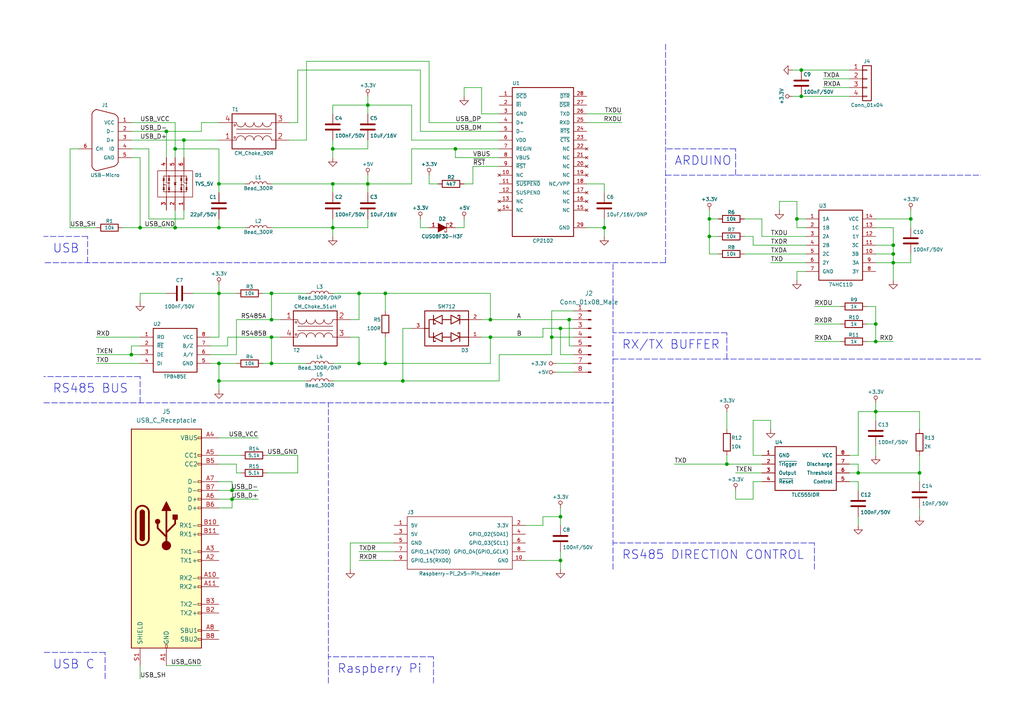
<source format=kicad_sch>
(kicad_sch (version 20211123) (generator eeschema)
  (paper "A4")
  (title_block (title "RS485 Hat") (date "2021-07-08") (rev "1"))
  (lib_symbols
    (symbol "Celebi:+3.3V" (power) (pin_names (offset 0))
      (property "Value" "Celebi_+3.3V" (at 0 3.175 0))
      (symbol "+3.3V_0_0"
        (pin power_in line (at 0 0 180) (length 0) hide (name "+3.3V") (number "1"))
      )
    )
    (symbol "Celebi:+5V" (power) (pin_names (offset 0))
      (property "Value" "Celebi_+5V" (at 0 3.175 0))
      (symbol "+5V_0_0"
        (pin power_in line (at 0 0 180) (length 0) hide (name "+5V") (number "1"))
      )
    )
    (symbol "Celebi:744231091" (pin_names (offset 1.016) hide)
      (property "Reference" "T" (at -6.35 6.35 0))
      (property "Value" "Celebi_744231091" (at 0 -6.35 0))
      (symbol "744231091_1_1"
        (pin passive line (at -10.16 -2.54 0) (length 5.08) (name "1") (number "1"))
        (pin passive line (at 10.16 -2.54 180) (length 5.08) (name "2") (number "2"))
        (pin passive line (at 10.16 2.54 180) (length 5.08) (name "3") (number "3"))
        (pin passive line (at -10.16 2.54 0) (length 5.08) (name "4") (number "4"))
      )
    )
    (symbol "Celebi:74HC11D" (pin_names (offset 1.016))
      (property "Reference" "U" (at -6.35 11.43 0))
      (property "Value" "Celebi_74HC11D" (at 0 -11.43 0))
      (symbol "74HC11D_1_1"
        (pin input line (at -10.16 7.62 0) (length 3.81) (name "1A") (number "1"))
        (pin input line (at 10.16 -2.54 180) (length 3.81) (name "3B") (number "10"))
        (pin input line (at 10.16 0 180) (length 3.81) (name "3C") (number "11"))
        (pin output line (at 10.16 2.54 180) (length 3.81) (name "1Y") (number "12"))
        (pin input line (at 10.16 5.08 180) (length 3.81) (name "1C") (number "13"))
        (pin power_in line (at 10.16 7.62 180) (length 3.81) (name "VCC") (number "14"))
        (pin input line (at -10.16 5.08 0) (length 3.81) (name "1B") (number "2"))
        (pin input line (at -10.16 2.54 0) (length 3.81) (name "2A") (number "3"))
        (pin input line (at -10.16 0 0) (length 3.81) (name "2B") (number "4"))
        (pin input line (at -10.16 -2.54 0) (length 3.81) (name "2C") (number "5"))
        (pin output line (at -10.16 -5.08 0) (length 3.81) (name "2Y") (number "6"))
        (pin power_in line (at -10.16 -7.62 0) (length 3.81) (name "GND") (number "7"))
        (pin output line (at 10.16 -7.62 180) (length 3.81) (name "3Y") (number "8"))
        (pin input line (at 10.16 -5.08 180) (length 3.81) (name "3A") (number "9"))
      )
    )
    (symbol "Celebi:824015" (pin_names (offset 0.0254) hide)
      (property "Reference" "D" (at -3.81 6.35 0))
      (property "Value" "Celebi_824015" (at 0 -6.35 0))
      (symbol "824015_1_1"
        (pin passive line (at -7.62 2.54 0) (length 3.81) (name "IO1") (number "1"))
        (pin power_in line (at -7.62 0 0) (length 3.81) (name "GND") (number "2"))
        (pin passive line (at -7.62 -2.54 0) (length 3.81) (name "IO2") (number "3"))
        (pin passive line (at 7.62 -2.54 180) (length 3.81) (name "IO3") (number "4"))
        (pin power_in line (at 7.62 0 180) (length 3.81) (name "VDD") (number "5"))
        (pin passive line (at 7.62 2.54 180) (length 3.81) (name "IO4") (number "6"))
      )
    )
    (symbol "Celebi:CP2102" (pin_names (offset 1.016))
      (property "Reference" "U" (at -8.89 22.86 0))
      (property "Value" "Celebi_CP2102" (at 0 -22.86 0))
      (symbol "CP2102_1_1"
        (pin input line (at -12.7 19.05 0) (length 3.81) (name "~{DCD}") (number "1"))
        (pin no_connect line (at -12.7 -3.81 0) (length 3.81) (name "NC") (number "10"))
        (pin output line (at -12.7 -6.35 0) (length 3.81) (name "~{SUSPEND}") (number "11"))
        (pin output line (at -12.7 -8.89 0) (length 3.81) (name "SUSPEND") (number "12"))
        (pin no_connect line (at -12.7 -11.43 0) (length 3.81) (name "NC") (number "13"))
        (pin no_connect line (at -12.7 -13.97 0) (length 3.81) (name "NC") (number "14"))
        (pin no_connect line (at 12.7 -13.97 180) (length 3.81) (name "NC") (number "15"))
        (pin no_connect line (at 12.7 -11.43 180) (length 3.81) (name "NC") (number "16"))
        (pin no_connect line (at 12.7 -8.89 180) (length 3.81) (name "NC") (number "17"))
        (pin power_in line (at 12.7 -6.35 180) (length 3.81) (name "NC/VPP") (number "18"))
        (pin no_connect line (at 12.7 -3.81 180) (length 3.81) (name "NC") (number "19"))
        (pin input line (at -12.7 16.51 0) (length 3.81) (name "~{RI}") (number "2"))
        (pin no_connect line (at 12.7 -1.27 180) (length 3.81) (name "NC") (number "20"))
        (pin no_connect line (at 12.7 1.27 180) (length 3.81) (name "NC") (number "21"))
        (pin no_connect line (at 12.7 3.81 180) (length 3.81) (name "NC") (number "22"))
        (pin input line (at 12.7 6.35 180) (length 3.81) (name "~{CTS}") (number "23"))
        (pin output line (at 12.7 8.89 180) (length 3.81) (name "~{RTS}") (number "24"))
        (pin input line (at 12.7 11.43 180) (length 3.81) (name "RXD") (number "25"))
        (pin output line (at 12.7 13.97 180) (length 3.81) (name "TXD") (number "26"))
        (pin input line (at 12.7 16.51 180) (length 3.81) (name "~{DSR}") (number "27"))
        (pin output line (at 12.7 19.05 180) (length 3.81) (name "~{DTR}") (number "28"))
        (pin power_in line (at 12.7 -19.05 180) (length 3.81) (name "GND") (number "29"))
        (pin power_in line (at -12.7 13.97 0) (length 3.81) (name "GND") (number "3"))
        (pin bidirectional line (at -12.7 11.43 0) (length 3.81) (name "D+") (number "4"))
        (pin bidirectional line (at -12.7 8.89 0) (length 3.81) (name "D-") (number "5"))
        (pin power_in line (at -12.7 6.35 0) (length 3.81) (name "VDD") (number "6"))
        (pin power_in line (at -12.7 3.81 0) (length 3.81) (name "REGIN") (number "7"))
        (pin input line (at -12.7 1.27 0) (length 3.81) (name "VBUS") (number "8"))
        (pin open_collector line (at -12.7 -1.27 0) (length 3.81) (name "~{RST}") (number "9"))
      )
    )
    (symbol "Celebi:Choke-CM-CNSW" (pin_names (offset 1.016) hide)
      (property "Reference" "T" (at -6.35 6.35 0))
      (property "Value" "Celebi_Choke-CM-CNSW" (at 0 -6.35 0))
      (symbol "Choke-CM-CNSW_1_1"
        (pin passive line (at -10.16 -2.54 0) (length 5.08) (name "1") (number "1"))
        (pin passive line (at 10.16 -2.54 180) (length 5.08) (name "2") (number "2"))
        (pin passive line (at 10.16 2.54 180) (length 5.08) (name "3") (number "3"))
        (pin passive line (at -10.16 2.54 0) (length 5.08) (name "4") (number "4"))
      )
    )
    (symbol "Celebi:Conn_01x04" (pin_names (offset 1.016) hide)
      (property "Reference" "J" (at 0 6.35 0))
      (property "Value" "Celebi_Conn_01x04" (at 0 -6.35 0))
      (symbol "Conn_01x04_1_1"
        (pin passive line (at -5.08 3.81 0) (length 3.81) (name "Pin_1") (number "1"))
        (pin passive line (at -5.08 1.27 0) (length 3.81) (name "Pin_2") (number "2"))
        (pin passive line (at -5.08 -1.27 0) (length 3.81) (name "Pin_3") (number "3"))
        (pin passive line (at -5.08 -3.81 0) (length 3.81) (name "Pin_4") (number "4"))
      )
    )
    (symbol "Celebi:Diode-Schottky" (pin_names (offset 1.016) hide)
      (property "Reference" "D" (at 0 2.54 0))
      (property "Value" "Celebi_Diode-Schottky" (at 0 -2.54 0))
      (symbol "Diode-Schottky_1_1"
        (pin passive line (at -3.81 0 0) (length 2.54) (name "A") (number "1"))
        (pin passive line (at 3.81 0 180) (length 2.54) (name "K") (number "2"))
      )
    )
    (symbol "Celebi:GND" (power) (pin_names (offset 0))
      (symbol "GND_1_1"
        (pin power_in line (at 0 0 180) (length 0) hide (name "GND") (number "1"))
      )
    )
    (symbol "Celebi:Raspberry-Pi4_Reverse_10P" (pin_names (offset 1.016))
      (property "Reference" "J" (at -15.24 8.89 0))
      (property "Value" "Celebi_Raspberry-Pi4_Reverse_10P" (at 0 -8.89 0))
      (symbol "Raspberry-Pi4_Reverse_10P_1_1"
        (pin power_in line (at -19.05 5.08 0) (length 3.81) (name "5V") (number "1"))
        (pin power_in line (at 19.05 -5.08 180) (length 3.81) (name "GND") (number "10"))
        (pin power_out line (at 19.05 5.08 180) (length 3.81) (name "3.3V") (number "2"))
        (pin power_in line (at -19.05 2.54 0) (length 3.81) (name "5V") (number "3"))
        (pin bidirectional line (at 19.05 2.54 180) (length 3.81) (name "GPIO_02(SDA1)") (number "4"))
        (pin bidirectional line (at -19.05 0 0) (length 3.81) (name "GND") (number "5"))
        (pin bidirectional line (at 19.05 0 180) (length 3.81) (name "GPIO_03(SCL1)") (number "6"))
        (pin bidirectional line (at -19.05 -2.54 0) (length 3.81) (name "GPIO_14(TXD0)") (number "7"))
        (pin bidirectional line (at 19.05 -2.54 180) (length 3.81) (name "GPIO_04(GPIO_GCLK)") (number "8"))
        (pin bidirectional line (at -19.05 -5.08 0) (length 3.81) (name "GPIO_15(RXD0)") (number "9"))
      )
    )
    (symbol "Celebi:SM712" (pin_names (offset 0.762) hide)
      (property "Reference" "D" (at -6.35 6.35 0))
      (property "Value" "Celebi_SM712" (at 0 -6.35 0))
      (symbol "SM712_0_1"
        (pin passive line (at -10.16 2.54 0) (length 3.81) (name "Anode") (number "1"))
        (pin passive line (at -10.16 -2.54 0) (length 3.81) (name "cathode") (number "2"))
        (pin passive line (at 10.16 0 180) (length 3.81) (name "AK") (number "3"))
      )
    )
    (symbol "Celebi:TLC555" (pin_names (offset 1.016))
      (property "Reference" "U" (at -8.89 7.62 0))
      (property "Value" "Celebi_TLC555" (at 0 -7.62 0))
      (property "Footprint" "Celebi:SOIC8" (at 8.89 7.62 0))
      (symbol "TLC555_1_1"
        (pin power_in line (at -12.7 3.81 0) (length 3.81) (name "GND") (number "1"))
        (pin input line (at -12.7 1.27 0) (length 3.81) (name "~{Trigger}") (number "2"))
        (pin output line (at -12.7 -1.27 0) (length 3.81) (name "Output") (number "3"))
        (pin input line (at -12.7 -3.81 0) (length 3.81) (name "~{Reset}") (number "4"))
        (pin input line (at 12.7 -3.81 180) (length 3.81) (name "Control") (number "5"))
        (pin input line (at 12.7 -1.27 180) (length 3.81) (name "Threshold") (number "6"))
        (pin output line (at 12.7 1.27 180) (length 3.81) (name "Discharge") (number "7"))
        (pin power_in line (at 12.7 3.81 180) (length 3.81) (name "VCC") (number "8"))
      )
    )
    (symbol "Celebi:TP8485E" (pin_names (offset 1.016))
      (property "Reference" "U" (at -6.35 7.62 0))
      (property "Value" "Celebi_TP8485E" (at 0 -7.62 0))
      (symbol "TP8485E_1_1"
        (pin output line (at -10.16 3.81 0) (length 3.81) (name "RO") (number "1"))
        (pin input line (at -10.16 1.27 0) (length 3.81) (name "~{RE}") (number "2"))
        (pin input line (at -10.16 -1.27 0) (length 3.81) (name "DE") (number "3"))
        (pin input line (at -10.16 -3.81 0) (length 3.81) (name "DI") (number "4"))
        (pin power_in line (at 10.16 -3.81 180) (length 3.81) (name "GND") (number "5"))
        (pin bidirectional line (at 10.16 -1.27 180) (length 3.81) (name "A/Y") (number "6"))
        (pin bidirectional line (at 10.16 1.27 180) (length 3.81) (name "B/Z") (number "7"))
        (pin power_in line (at 10.16 3.81 180) (length 3.81) (name "VCC") (number "8"))
      )
    )
    (symbol "Celebi:USB-Micro" (pin_names (offset 1.016))
      (property "Reference" "J" (at 0 10.16 0))
      (property "Value" "Celebi_USB-Micro" (at 0 -10.16 0))
      (symbol "USB-Micro_1_1"
        (pin passive line (at -7.62 5.08 0) (length 3.81) (name "VCC") (number "1"))
        (pin passive line (at -7.62 2.54 0) (length 3.81) (name "D-") (number "2"))
        (pin passive line (at -7.62 0 0) (length 3.81) (name "D+") (number "3"))
        (pin passive line (at -7.62 -2.54 0) (length 3.81) (name "ID") (number "4"))
        (pin passive line (at -7.62 -5.08 0) (length 3.81) (name "GND") (number "5"))
        (pin passive line (at 7.62 -2.54 180) (length 3.81) (name "CH") (number "6"))
      )
    )
    (symbol "Celebi:capacitor" (pin_numbers hide) (pin_names (offset 1.016))
      (property "Reference" "C" (at 0 3.175 0))
      (property "Value" "Celebi_capacitor" (at 0 -3.175 0))
      (symbol "capacitor_1_1"
        (pin passive line (at -3.81 0 0) (length 2.794) (name "~") (number "1"))
        (pin passive line (at 3.81 0 180) (length 2.794) (name "~") (number "2"))
      )
    )
    (symbol "Celebi:inductor" (pin_numbers hide) (pin_names (offset 1.016) hide)
      (property "Reference" "L" (at 0 1.905 0))
      (property "Value" "Celebi_inductor" (at 0 -1.27 0))
      (symbol "inductor_1_1"
        (pin passive line (at -3.81 0 0) (length 1.27) (name "1") (number "1"))
        (pin passive line (at 3.81 0 180) (length 1.27) (name "2") (number "2"))
      )
    )
    (symbol "Celebi:resistor" (pin_numbers hide) (pin_names (offset 0))
      (property "Reference" "R" (at 0 1.905 0))
      (property "Value" "Celebi_resistor" (at 0 0 0))
      (symbol "resistor_1_1"
        (pin passive line (at -3.81 0 0) (length 1.27) (name "~") (number "1"))
        (pin passive line (at 3.81 0 180) (length 1.27) (name "~") (number "2"))
      )
    )
    (symbol "Connector:Conn_01x08_Male" (pin_names (offset 1.016) hide)
      (property "Reference" "J" (at 0 10.16 0))
      (property "Value" "Conn_01x08_Male" (at 0 -12.7 0))
      (symbol "Conn_01x08_Male_1_1"
        (pin passive line (at 5.08 7.62 180) (length 3.81) (name "Pin_1") (number "1"))
        (pin passive line (at 5.08 5.08 180) (length 3.81) (name "Pin_2") (number "2"))
        (pin passive line (at 5.08 2.54 180) (length 3.81) (name "Pin_3") (number "3"))
        (pin passive line (at 5.08 0 180) (length 3.81) (name "Pin_4") (number "4"))
        (pin passive line (at 5.08 -2.54 180) (length 3.81) (name "Pin_5") (number "5"))
        (pin passive line (at 5.08 -5.08 180) (length 3.81) (name "Pin_6") (number "6"))
        (pin passive line (at 5.08 -7.62 180) (length 3.81) (name "Pin_7") (number "7"))
        (pin passive line (at 5.08 -10.16 180) (length 3.81) (name "Pin_8") (number "8"))
      )
    )
    (symbol "Connector:USB_C_Receptacle" (pin_names (offset 1.016))
      (property "Reference" "J" (at -10.16 29.21 0))
      (property "Value" "USB_C_Receptacle" (at 10.16 29.21 0))
      (symbol "USB_C_Receptacle_1_1"
        (pin passive line (at 0 -40.64 90) (length 5.08) (name "GND") (number "A1"))
        (pin bidirectional line (at 15.24 -15.24 180) (length 5.08) (name "RX2-") (number "A10"))
        (pin bidirectional line (at 15.24 -17.78 180) (length 5.08) (name "RX2+") (number "A11"))
        (pin passive line (at 0 -40.64 90) (length 5.08) hide (name "GND") (number "A12"))
        (pin bidirectional line (at 15.24 -10.16 180) (length 5.08) (name "TX1+") (number "A2"))
        (pin bidirectional line (at 15.24 -7.62 180) (length 5.08) (name "TX1-") (number "A3"))
        (pin passive line (at 15.24 25.4 180) (length 5.08) (name "VBUS") (number "A4"))
        (pin bidirectional line (at 15.24 20.32 180) (length 5.08) (name "CC1") (number "A5"))
        (pin bidirectional line (at 15.24 7.62 180) (length 5.08) (name "D+") (number "A6"))
        (pin bidirectional line (at 15.24 12.7 180) (length 5.08) (name "D-") (number "A7"))
        (pin bidirectional line (at 15.24 -30.48 180) (length 5.08) (name "SBU1") (number "A8"))
        (pin passive line (at 15.24 25.4 180) (length 5.08) hide (name "VBUS") (number "A9"))
        (pin passive line (at 0 -40.64 90) (length 5.08) hide (name "GND") (number "B1"))
        (pin bidirectional line (at 15.24 0 180) (length 5.08) (name "RX1-") (number "B10"))
        (pin bidirectional line (at 15.24 -2.54 180) (length 5.08) (name "RX1+") (number "B11"))
        (pin passive line (at 0 -40.64 90) (length 5.08) hide (name "GND") (number "B12"))
        (pin bidirectional line (at 15.24 -25.4 180) (length 5.08) (name "TX2+") (number "B2"))
        (pin bidirectional line (at 15.24 -22.86 180) (length 5.08) (name "TX2-") (number "B3"))
        (pin passive line (at 15.24 25.4 180) (length 5.08) hide (name "VBUS") (number "B4"))
        (pin bidirectional line (at 15.24 17.78 180) (length 5.08) (name "CC2") (number "B5"))
        (pin bidirectional line (at 15.24 5.08 180) (length 5.08) (name "D+") (number "B6"))
        (pin bidirectional line (at 15.24 10.16 180) (length 5.08) (name "D-") (number "B7"))
        (pin bidirectional line (at 15.24 -33.02 180) (length 5.08) (name "SBU2") (number "B8"))
        (pin passive line (at 15.24 25.4 180) (length 5.08) hide (name "VBUS") (number "B9"))
        (pin passive line (at -7.62 -40.64 90) (length 5.08) (name "SHIELD") (number "S1"))
      )
    )
  )
  (junction (at 210.82 134.62))
  (junction (at 254 99.06))
  (junction (at 205.74 63.5))
  (junction (at 63.5 53.34))
  (junction (at 63.5 85.09))
  (junction (at 116.84 110.49))
  (junction (at 162.56 149.86))
  (junction (at 142.24 92.71))
  (junction (at 106.68 53.34))
  (junction (at 63.5 105.41))
  (junction (at 78.74 85.09))
  (junction (at 248.92 137.16))
  (junction (at 96.52 66.04))
  (junction (at 259.08 73.66))
  (junction (at 104.14 85.09))
  (junction (at 205.74 68.58))
  (junction (at 266.7 137.16))
  (junction (at 78.74 92.71))
  (junction (at 50.8 43.18))
  (junction (at 264.16 63.5))
  (junction (at 40.64 66.04))
  (junction (at 254 93.98))
  (junction (at 259.08 76.2))
  (junction (at 259.08 71.12))
  (junction (at 67.31 142.24))
  (junction (at 232.41 27.94))
  (junction (at 96.52 53.34))
  (junction (at 106.68 30.48))
  (junction (at 232.41 20.32))
  (junction (at 162.56 162.56))
  (junction (at 162.56 95.25))
  (junction (at 53.34 40.64))
  (junction (at 38.1 102.87))
  (junction (at 48.26 38.1))
  (junction (at 111.76 105.41))
  (junction (at 142.24 97.79))
  (junction (at 160.02 97.79))
  (junction (at 67.31 144.78))
  (junction (at 50.8 66.04))
  (junction (at 104.14 105.41))
  (junction (at 165.1 92.71))
  (junction (at 63.5 110.49))
  (junction (at 78.74 97.79))
  (junction (at 175.26 66.04))
  (junction (at 96.52 43.18))
  (junction (at 132.08 43.18))
  (junction (at 254 119.38))
  (junction (at 231.14 63.5))
  (junction (at 63.5 66.04))
  (junction (at 78.74 105.41))
  (junction (at 111.76 85.09))
  (wire (pts (xy 20.32 43.18) (xy 20.32 66.04)))
  (wire (pts (xy 124.46 35.56) (xy 124.46 17.78)))
  (wire (pts (xy 162.56 160.02) (xy 162.56 162.56)))
  (wire (pts (xy 96.52 43.18) (xy 96.52 45.72)))
  (wire (pts (xy 96.52 105.41) (xy 104.14 105.41)))
  (wire (pts (xy 63.5 97.79) (xy 60.96 97.79)))
  (wire (pts (xy 63.5 85.09) (xy 68.58 85.09)))
  (polyline (pts (xy 213.36 50.8) (xy 213.36 43.18)))
  (wire (pts (xy 142.24 92.71) (xy 142.24 85.09)))
  (wire (pts (xy 205.74 73.66) (xy 208.28 73.66)))
  (wire (pts (xy 60.96 102.87) (xy 68.58 102.87)))
  (wire (pts (xy 96.52 30.48) (xy 106.68 30.48)))
  (wire (pts (xy 259.08 99.06) (xy 254 99.06)))
  (wire (pts (xy 236.22 99.06) (xy 243.84 99.06)))
  (wire (pts (xy 55.88 85.09) (xy 63.5 85.09)))
  (wire (pts (xy 175.26 66.04) (xy 175.26 63.5)))
  (wire (pts (xy 132.08 45.72) (xy 132.08 43.18)))
  (wire (pts (xy 236.22 93.98) (xy 243.84 93.98)))
  (wire (pts (xy 104.14 160.02) (xy 114.3 160.02)))
  (wire (pts (xy 63.5 134.62) (xy 68.58 134.62)))
  (wire (pts (xy 236.22 88.9) (xy 243.84 88.9)))
  (wire (pts (xy 218.44 68.58) (xy 218.44 71.12)))
  (wire (pts (xy 43.18 43.18) (xy 43.18 63.5)))
  (polyline (pts (xy 12.7 116.84) (xy 177.8 116.84)))
  (wire (pts (xy 96.52 33.02) (xy 96.52 30.48)))
  (wire (pts (xy 124.46 50.8) (xy 124.46 53.34)))
  (polyline (pts (xy 25.4 68.58) (xy 12.7 68.58)))
  (wire (pts (xy 226.06 58.42) (xy 226.06 60.96)))
  (wire (pts (xy 68.58 102.87) (xy 68.58 92.71)))
  (wire (pts (xy 96.52 40.64) (xy 96.52 43.18)))
  (wire (pts (xy 231.14 78.74) (xy 233.68 78.74)))
  (wire (pts (xy 266.7 137.16) (xy 266.7 139.7)))
  (wire (pts (xy 48.26 85.09) (xy 40.64 85.09)))
  (wire (pts (xy 139.7 25.4) (xy 134.62 25.4)))
  (wire (pts (xy 254 93.98) (xy 254 88.9)))
  (wire (pts (xy 121.92 20.32) (xy 121.92 38.1)))
  (wire (pts (xy 63.5 53.34) (xy 63.5 55.88)))
  (wire (pts (xy 116.84 110.49) (xy 144.78 110.49)))
  (wire (pts (xy 248.92 134.62) (xy 248.92 137.16)))
  (wire (pts (xy 223.52 121.92) (xy 223.52 124.46)))
  (wire (pts (xy 213.36 144.78) (xy 218.44 144.78)))
  (wire (pts (xy 86.36 137.16) (xy 86.36 132.08)))
  (wire (pts (xy 121.92 66.04) (xy 124.46 66.04)))
  (wire (pts (xy 161.29 105.41) (xy 166.37 105.41)))
  (wire (pts (xy 119.38 40.64) (xy 144.78 40.64)))
  (wire (pts (xy 220.98 63.5) (xy 215.9 63.5)))
  (wire (pts (xy 254 116.84) (xy 254 119.38)))
  (wire (pts (xy 259.08 66.04) (xy 254 66.04)))
  (wire (pts (xy 254 119.38) (xy 266.7 119.38)))
  (wire (pts (xy 144.78 33.02) (xy 139.7 33.02)))
  (wire (pts (xy 157.48 152.4) (xy 152.4 152.4)))
  (wire (pts (xy 114.3 157.48) (xy 101.6 157.48)))
  (wire (pts (xy 215.9 73.66) (xy 233.68 73.66)))
  (wire (pts (xy 88.9 40.64) (xy 83.82 40.64)))
  (wire (pts (xy 63.5 63.5) (xy 63.5 66.04)))
  (wire (pts (xy 218.44 71.12) (xy 233.68 71.12)))
  (wire (pts (xy 68.58 137.16) (xy 69.85 137.16)))
  (wire (pts (xy 160.02 90.17) (xy 166.37 90.17)))
  (wire (pts (xy 111.76 105.41) (xy 111.76 97.79)))
  (wire (pts (xy 106.68 53.34) (xy 106.68 55.88)))
  (wire (pts (xy 116.84 95.25) (xy 116.84 110.49)))
  (wire (pts (xy 106.68 53.34) (xy 96.52 53.34)))
  (wire (pts (xy 142.24 105.41) (xy 142.24 97.79)))
  (polyline (pts (xy 193.04 76.2) (xy 12.7 76.2)))
  (wire (pts (xy 20.32 66.04) (xy 27.94 66.04)))
  (wire (pts (xy 218.44 121.92) (xy 223.52 121.92)))
  (polyline (pts (xy 125.73 198.12) (xy 125.73 190.5)))
  (wire (pts (xy 231.14 63.5) (xy 233.68 63.5)))
  (wire (pts (xy 137.16 53.34) (xy 134.62 53.34)))
  (wire (pts (xy 251.46 99.06) (xy 254 99.06)))
  (wire (pts (xy 180.34 35.56) (xy 170.18 35.56)))
  (wire (pts (xy 63.5 139.7) (xy 67.31 139.7)))
  (wire (pts (xy 144.78 110.49) (xy 144.78 102.87)))
  (wire (pts (xy 40.64 45.72) (xy 38.1 45.72)))
  (polyline (pts (xy 193.04 76.2) (xy 193.04 12.7)))
  (wire (pts (xy 63.5 105.41) (xy 63.5 110.49)))
  (wire (pts (xy 205.74 63.5) (xy 205.74 68.58)))
  (wire (pts (xy 144.78 43.18) (xy 132.08 43.18)))
  (wire (pts (xy 50.8 35.56) (xy 38.1 35.56)))
  (wire (pts (xy 215.9 68.58) (xy 218.44 68.58)))
  (wire (pts (xy 238.76 25.4) (xy 246.38 25.4)))
  (wire (pts (xy 144.78 35.56) (xy 124.46 35.56)))
  (wire (pts (xy 160.02 102.87) (xy 160.02 97.79)))
  (wire (pts (xy 132.08 66.04) (xy 134.62 66.04)))
  (wire (pts (xy 162.56 147.32) (xy 162.56 149.86)))
  (wire (pts (xy 254 129.54) (xy 254 132.08)))
  (wire (pts (xy 246.38 134.62) (xy 248.92 134.62)))
  (wire (pts (xy 248.92 119.38) (xy 248.92 132.08)))
  (wire (pts (xy 266.7 119.38) (xy 266.7 124.46)))
  (wire (pts (xy 78.74 85.09) (xy 88.9 85.09)))
  (wire (pts (xy 124.46 17.78) (xy 88.9 17.78)))
  (wire (pts (xy 104.14 162.56) (xy 114.3 162.56)))
  (wire (pts (xy 208.28 63.5) (xy 205.74 63.5)))
  (wire (pts (xy 58.42 38.1) (xy 58.42 35.56)))
  (wire (pts (xy 248.92 137.16) (xy 266.7 137.16)))
  (wire (pts (xy 231.14 63.5) (xy 231.14 58.42)))
  (wire (pts (xy 218.44 132.08) (xy 218.44 121.92)))
  (wire (pts (xy 71.12 66.04) (xy 63.5 66.04)))
  (wire (pts (xy 229.87 20.32) (xy 232.41 20.32)))
  (wire (pts (xy 208.28 68.58) (xy 205.74 68.58)))
  (wire (pts (xy 233.68 66.04) (xy 231.14 66.04)))
  (wire (pts (xy 231.14 66.04) (xy 231.14 63.5)))
  (wire (pts (xy 106.68 30.48) (xy 106.68 33.02)))
  (wire (pts (xy 63.5 132.08) (xy 69.85 132.08)))
  (polyline (pts (xy 210.82 96.52) (xy 177.8 96.52)))
  (wire (pts (xy 166.37 102.87) (xy 162.56 102.87)))
  (wire (pts (xy 67.31 142.24) (xy 74.93 142.24)))
  (wire (pts (xy 48.26 193.04) (xy 58.42 193.04)))
  (wire (pts (xy 161.29 107.95) (xy 166.37 107.95)))
  (wire (pts (xy 162.56 149.86) (xy 157.48 149.86)))
  (wire (pts (xy 68.58 134.62) (xy 68.58 137.16)))
  (wire (pts (xy 63.5 43.18) (xy 63.5 53.34)))
  (wire (pts (xy 170.18 53.34) (xy 175.26 53.34)))
  (wire (pts (xy 259.08 73.66) (xy 259.08 71.12)))
  (wire (pts (xy 259.08 71.12) (xy 259.08 66.04)))
  (wire (pts (xy 111.76 85.09) (xy 142.24 85.09)))
  (wire (pts (xy 77.47 132.08) (xy 86.36 132.08)))
  (wire (pts (xy 111.76 105.41) (xy 142.24 105.41)))
  (wire (pts (xy 38.1 102.87) (xy 40.64 102.87)))
  (wire (pts (xy 27.94 97.79) (xy 40.64 97.79)))
  (wire (pts (xy 78.74 97.79) (xy 81.28 97.79)))
  (wire (pts (xy 67.31 147.32) (xy 67.31 144.78)))
  (wire (pts (xy 96.52 66.04) (xy 96.52 68.58)))
  (wire (pts (xy 180.34 33.02) (xy 170.18 33.02)))
  (wire (pts (xy 40.64 66.04) (xy 40.64 45.72)))
  (wire (pts (xy 121.92 63.5) (xy 121.92 66.04)))
  (wire (pts (xy 106.68 43.18) (xy 106.68 40.64)))
  (wire (pts (xy 53.34 63.5) (xy 53.34 60.96)))
  (wire (pts (xy 78.74 97.79) (xy 78.74 105.41)))
  (polyline (pts (xy 236.22 165.1) (xy 236.22 157.48)))
  (wire (pts (xy 157.48 97.79) (xy 157.48 95.25)))
  (wire (pts (xy 246.38 137.16) (xy 248.92 137.16)))
  (wire (pts (xy 38.1 102.87) (xy 38.1 100.33)))
  (wire (pts (xy 134.62 25.4) (xy 134.62 27.94)))
  (wire (pts (xy 210.82 119.38) (xy 210.82 124.46)))
  (wire (pts (xy 22.86 43.18) (xy 20.32 43.18)))
  (wire (pts (xy 63.5 66.04) (xy 50.8 66.04)))
  (wire (pts (xy 66.04 97.79) (xy 78.74 97.79)))
  (wire (pts (xy 48.26 38.1) (xy 58.42 38.1)))
  (polyline (pts (xy 213.36 43.18) (xy 193.04 43.18)))
  (wire (pts (xy 248.92 132.08) (xy 246.38 132.08)))
  (wire (pts (xy 96.52 43.18) (xy 106.68 43.18)))
  (wire (pts (xy 139.7 97.79) (xy 142.24 97.79)))
  (wire (pts (xy 134.62 66.04) (xy 134.62 63.5)))
  (wire (pts (xy 104.14 85.09) (xy 104.14 92.71)))
  (polyline (pts (xy 177.8 165.1) (xy 177.8 76.2)))
  (wire (pts (xy 104.14 92.71) (xy 101.6 92.71)))
  (wire (pts (xy 162.56 149.86) (xy 162.56 152.4)))
  (wire (pts (xy 101.6 157.48) (xy 101.6 165.1)))
  (wire (pts (xy 259.08 76.2) (xy 259.08 73.66)))
  (wire (pts (xy 53.34 40.64) (xy 63.5 40.64)))
  (wire (pts (xy 38.1 40.64) (xy 53.34 40.64)))
  (wire (pts (xy 231.14 81.28) (xy 231.14 78.74)))
  (polyline (pts (xy 193.04 50.8) (xy 284.48 50.8)))
  (wire (pts (xy 43.18 63.5) (xy 53.34 63.5)))
  (wire (pts (xy 78.74 105.41) (xy 88.9 105.41)))
  (wire (pts (xy 248.92 149.86) (xy 248.92 152.4)))
  (polyline (pts (xy 25.4 76.2) (xy 25.4 68.58)))
  (wire (pts (xy 104.14 105.41) (xy 111.76 105.41)))
  (wire (pts (xy 144.78 102.87) (xy 160.02 102.87)))
  (wire (pts (xy 231.14 58.42) (xy 226.06 58.42)))
  (wire (pts (xy 137.16 48.26) (xy 144.78 48.26)))
  (wire (pts (xy 38.1 43.18) (xy 43.18 43.18)))
  (polyline (pts (xy 40.64 109.22) (xy 12.7 109.22)))
  (wire (pts (xy 121.92 38.1) (xy 144.78 38.1)))
  (wire (pts (xy 96.52 63.5) (xy 96.52 66.04)))
  (wire (pts (xy 264.16 76.2) (xy 259.08 76.2)))
  (wire (pts (xy 106.68 30.48) (xy 119.38 30.48)))
  (wire (pts (xy 63.5 110.49) (xy 63.5 113.03)))
  (wire (pts (xy 78.74 92.71) (xy 81.28 92.71)))
  (wire (pts (xy 67.31 144.78) (xy 74.93 144.78)))
  (wire (pts (xy 254 119.38) (xy 254 121.92)))
  (polyline (pts (xy 210.82 104.14) (xy 210.82 96.52)))
  (wire (pts (xy 50.8 43.18) (xy 63.5 43.18)))
  (polyline (pts (xy 125.73 190.5) (xy 95.25 190.5)))
  (wire (pts (xy 166.37 100.33) (xy 165.1 100.33)))
  (wire (pts (xy 76.2 105.41) (xy 78.74 105.41)))
  (wire (pts (xy 218.44 132.08) (xy 220.98 132.08)))
  (wire (pts (xy 248.92 142.24) (xy 248.92 139.7)))
  (wire (pts (xy 96.52 110.49) (xy 116.84 110.49)))
  (wire (pts (xy 264.16 73.66) (xy 264.16 76.2)))
  (polyline (pts (xy 40.64 116.84) (xy 40.64 109.22)))
  (wire (pts (xy 111.76 85.09) (xy 111.76 90.17)))
  (polyline (pts (xy 236.22 157.48) (xy 177.8 157.48)))
  (wire (pts (xy 254 71.12) (xy 259.08 71.12)))
  (wire (pts (xy 175.26 68.58) (xy 175.26 66.04)))
  (wire (pts (xy 66.04 100.33) (xy 66.04 97.79)))
  (wire (pts (xy 77.47 137.16) (xy 86.36 137.16)))
  (wire (pts (xy 232.41 27.94) (xy 229.87 27.94)))
  (wire (pts (xy 63.5 110.49) (xy 88.9 110.49)))
  (wire (pts (xy 119.38 53.34) (xy 119.38 43.18)))
  (wire (pts (xy 40.64 193.04) (xy 40.64 196.85)))
  (wire (pts (xy 142.24 92.71) (xy 165.1 92.71)))
  (wire (pts (xy 27.94 102.87) (xy 38.1 102.87)))
  (wire (pts (xy 76.2 85.09) (xy 78.74 85.09)))
  (wire (pts (xy 213.36 142.24) (xy 213.36 144.78)))
  (wire (pts (xy 170.18 66.04) (xy 175.26 66.04)))
  (wire (pts (xy 119.38 43.18) (xy 132.08 43.18)))
  (wire (pts (xy 264.16 60.96) (xy 264.16 63.5)))
  (wire (pts (xy 63.5 147.32) (xy 67.31 147.32)))
  (wire (pts (xy 60.96 105.41) (xy 63.5 105.41)))
  (wire (pts (xy 162.56 162.56) (xy 162.56 165.1)))
  (wire (pts (xy 139.7 33.02) (xy 139.7 25.4)))
  (wire (pts (xy 254 99.06) (xy 254 93.98)))
  (wire (pts (xy 96.52 53.34) (xy 78.74 53.34)))
  (wire (pts (xy 58.42 35.56) (xy 63.5 35.56)))
  (wire (pts (xy 266.7 147.32) (xy 266.7 149.86)))
  (wire (pts (xy 175.26 53.34) (xy 175.26 55.88)))
  (wire (pts (xy 38.1 38.1) (xy 48.26 38.1)))
  (wire (pts (xy 160.02 97.79) (xy 166.37 97.79)))
  (wire (pts (xy 63.5 82.55) (xy 63.5 85.09)))
  (wire (pts (xy 137.16 48.26) (xy 137.16 53.34)))
  (wire (pts (xy 165.1 100.33) (xy 165.1 92.71)))
  (wire (pts (xy 266.7 132.08) (xy 266.7 137.16)))
  (wire (pts (xy 205.74 68.58) (xy 205.74 73.66)))
  (wire (pts (xy 119.38 30.48) (xy 119.38 40.64)))
  (wire (pts (xy 40.64 105.41) (xy 27.94 105.41)))
  (wire (pts (xy 60.96 100.33) (xy 66.04 100.33)))
  (wire (pts (xy 142.24 97.79) (xy 157.48 97.79)))
  (wire (pts (xy 63.5 53.34) (xy 71.12 53.34)))
  (wire (pts (xy 162.56 102.87) (xy 162.56 95.25)))
  (wire (pts (xy 157.48 95.25) (xy 162.56 95.25)))
  (wire (pts (xy 78.74 85.09) (xy 78.74 92.71)))
  (wire (pts (xy 205.74 60.96) (xy 205.74 63.5)))
  (wire (pts (xy 96.52 55.88) (xy 96.52 53.34)))
  (wire (pts (xy 88.9 17.78) (xy 88.9 40.64)))
  (wire (pts (xy 232.41 27.94) (xy 246.38 27.94)))
  (wire (pts (xy 220.98 137.16) (xy 213.36 137.16)))
  (polyline (pts (xy 284.48 104.14) (xy 177.8 104.14)))
  (wire (pts (xy 104.14 97.79) (xy 104.14 105.41)))
  (wire (pts (xy 50.8 35.56) (xy 50.8 43.18)))
  (wire (pts (xy 152.4 162.56) (xy 162.56 162.56)))
  (wire (pts (xy 248.92 119.38) (xy 254 119.38)))
  (wire (pts (xy 104.14 85.09) (xy 111.76 85.09)))
  (wire (pts (xy 165.1 92.71) (xy 166.37 92.71)))
  (wire (pts (xy 248.92 139.7) (xy 246.38 139.7)))
  (wire (pts (xy 162.56 95.25) (xy 166.37 95.25)))
  (wire (pts (xy 116.84 95.25) (xy 119.38 95.25)))
  (wire (pts (xy 195.58 134.62) (xy 210.82 134.62)))
  (wire (pts (xy 48.26 38.1) (xy 48.26 45.72)))
  (wire (pts (xy 124.46 53.34) (xy 127 53.34)))
  (wire (pts (xy 106.68 27.94) (xy 106.68 30.48)))
  (wire (pts (xy 63.5 142.24) (xy 67.31 142.24)))
  (polyline (pts (xy 30.48 189.23) (xy 12.7 189.23)))
  (polyline (pts (xy 95.25 198.12) (xy 95.25 116.84)))
  (wire (pts (xy 35.56 66.04) (xy 40.64 66.04)))
  (wire (pts (xy 53.34 40.64) (xy 53.34 45.72)))
  (wire (pts (xy 106.68 50.8) (xy 106.68 53.34)))
  (wire (pts (xy 254 73.66) (xy 259.08 73.66)))
  (wire (pts (xy 40.64 85.09) (xy 40.64 87.63)))
  (wire (pts (xy 96.52 85.09) (xy 104.14 85.09)))
  (wire (pts (xy 106.68 63.5) (xy 106.68 66.04)))
  (wire (pts (xy 139.7 92.71) (xy 142.24 92.71)))
  (wire (pts (xy 160.02 97.79) (xy 160.02 90.17)))
  (wire (pts (xy 78.74 66.04) (xy 96.52 66.04)))
  (wire (pts (xy 63.5 144.78) (xy 67.31 144.78)))
  (wire (pts (xy 68.58 92.71) (xy 78.74 92.71)))
  (polyline (pts (xy 30.48 196.85) (xy 30.48 189.23)))
  (wire (pts (xy 259.08 81.28) (xy 259.08 76.2)))
  (wire (pts (xy 106.68 53.34) (xy 119.38 53.34)))
  (wire (pts (xy 63.5 105.41) (xy 68.58 105.41)))
  (wire (pts (xy 83.82 35.56) (xy 86.36 35.56)))
  (wire (pts (xy 50.8 66.04) (xy 40.64 66.04)))
  (wire (pts (xy 67.31 139.7) (xy 67.31 142.24)))
  (wire (pts (xy 220.98 139.7) (xy 218.44 139.7)))
  (wire (pts (xy 50.8 45.72) (xy 50.8 43.18)))
  (wire (pts (xy 223.52 76.2) (xy 233.68 76.2)))
  (wire (pts (xy 210.82 132.08) (xy 210.82 134.62)))
  (wire (pts (xy 251.46 93.98) (xy 254 93.98)))
  (wire (pts (xy 264.16 63.5) (xy 254 63.5)))
  (wire (pts (xy 254 76.2) (xy 259.08 76.2)))
  (wire (pts (xy 50.8 66.04) (xy 50.8 60.96)))
  (wire (pts (xy 63.5 85.09) (xy 63.5 97.79)))
  (wire (pts (xy 254 88.9) (xy 251.46 88.9)))
  (wire (pts (xy 220.98 68.58) (xy 220.98 63.5)))
  (wire (pts (xy 38.1 100.33) (xy 40.64 100.33)))
  (wire (pts (xy 132.08 45.72) (xy 144.78 45.72)))
  (wire (pts (xy 210.82 134.62) (xy 220.98 134.62)))
  (wire (pts (xy 264.16 63.5) (xy 264.16 66.04)))
  (wire (pts (xy 86.36 20.32) (xy 121.92 20.32)))
  (wire (pts (xy 232.41 20.32) (xy 246.38 20.32)))
  (wire (pts (xy 106.68 66.04) (xy 96.52 66.04)))
  (wire (pts (xy 157.48 149.86) (xy 157.48 152.4)))
  (wire (pts (xy 86.36 35.56) (xy 86.36 20.32)))
  (wire (pts (xy 63.5 127) (xy 74.93 127)))
  (wire (pts (xy 238.76 22.86) (xy 246.38 22.86)))
  (wire (pts (xy 218.44 144.78) (xy 218.44 139.7)))
  (wire (pts (xy 101.6 97.79) (xy 104.14 97.79)))
  (wire (pts (xy 220.98 68.58) (xy 233.68 68.58)))
  (text "Raspberry Pi" (at 97.79 195.58 0) (effects (font (size 2.54 2.54)) (justify left bottom)))
  (text "RS485 BUS" (at 15.24 114.3 0) (effects (font (size 2.54 2.54)) (justify left bottom)))
  (text "ARDUINO" (at 195.58 48.26 0) (effects (font (size 2.54 2.54)) (justify left bottom)))
  (text "RX/TX BUFFER" (at 180.34 101.6 0) (effects (font (size 2.54 2.54)) (justify left bottom)))
  (text "USB C" (at 15.24 194.31 0) (effects (font (size 2.54 2.54)) (justify left bottom)))
  (text "USB" (at 15.24 73.66 0) (effects (font (size 2.54 2.54)) (justify left bottom)))
  (text "RS485 DIRECTION CONTROL" (at 180.34 162.56 0) (effects (font (size 2.54 2.54)) (justify left bottom)))
  (label "USB_VCC" (at 40.64 35.56 0))
  (label "USB_GND" (at 58.42 193.04 180))
  (label "TXDU" (at 180.34 33.02 180))
  (label "RXD" (at 259.08 99.06 180))
  (label "RS485B" (at 69.85 97.79 0))
  (label "USB_D-" (at 74.93 142.24 180))
  (label "USB_DP" (at 132.08 35.56 0))
  (label "B" (at 149.86 97.79 0))
  (label "RXDR" (at 236.22 93.98 0))
  (label "USB_GND" (at 86.36 132.08 180))
  (label "VBUS" (at 137.16 45.72 0))
  (label "USB_D+" (at 40.64 40.64 0))
  (label "USB_GND" (at 41.91 66.04 0))
  (label "TXEN" (at 27.94 102.87 0))
  (label "RXDA" (at 236.22 99.06 0))
  (label "TXD" (at 223.52 76.2 0))
  (label "USB_D+" (at 74.93 144.78 180))
  (label "RXDA" (at 238.76 25.4 0))
  (label "RS485A" (at 69.85 92.71 0))
  (label "TXDA" (at 223.52 73.66 0))
  (label "RXD" (at 27.94 97.79 0))
  (label "TXDA" (at 238.76 22.86 0))
  (label "~{RST}" (at 137.16 48.26 0))
  (label "TXD" (at 27.94 105.41 0))
  (label "RXDR" (at 104.14 162.56 0))
  (label "TXDU" (at 223.52 68.58 0))
  (label "TXDR" (at 104.14 160.02 0))
  (label "A" (at 149.86 92.71 0))
  (label "TXDR" (at 223.52 71.12 0))
  (label "RXDU" (at 236.22 88.9 0))
  (label "TXD" (at 195.58 134.62 0))
  (label "TXEN" (at 213.36 137.16 0))
  (label "USB_DM" (at 132.08 38.1 0))
  (label "RXDU" (at 180.34 35.56 180))
  (label "USB_D-" (at 40.64 38.1 0))
  (label "USB_VCC" (at 74.93 127 180))
  (label "USB_SH" (at 20.32 66.04 0))
  (label "USB_SH" (at 40.64 196.85 0))
  (symbol (lib_id "Celebi:capacitor") (at 52.07 85.09 0) (unit 1)
    (property "Reference" "C7" (at 52.07 81.28 0) (effects (font (size 1.016 1.016))))
    (property "Value" "100nF/50V" (at 52.07 88.9 0) (effects (font (size 1.016 1.016))))
    (property "Footprint" "Celebi:SM0603C" (effects hide))
    (property "Tolerance" "10%" (effects hide))
    (property "Power" "_" (effects hide))
    (property "Manufacturer" "Samsung" (effects hide))
    (property "PartNumber" "CL10B104KB8WPNC" (effects hide))
    (property "Digikey" "1276-6854-1-ND" (effects hide))
    (property "LCSC" "C307348" (effects hide))
  )
  (symbol (lib_id "Celebi:TP8485E") (at 50.8 101.6 0) (unit 1)
    (property "Reference" "U2" (at 44.45 93.98 0) (effects (font (size 1.016 1.016)) (justify left)))
    (property "Value" "TP8485E" (at 50.8 109.22 0) (effects (font (size 1.016 1.016))))
    (property "Footprint" "Celebi:SO8_4x5_P1.27mm" (effects hide))
    (property "Tolerance" "_" (effects hide))
    (property "Power" "_" (effects hide))
    (property "Manufacturer" "3Peak" (effects hide))
    (property "PartNumber" "TP8485E-SR" (effects hide))
    (property "Digikey" "!MAX485ESA+TCT-ND" (effects hide))
    (property "LCSC" "C94206" (effects hide))
  )
  (symbol (lib_id "Celebi:GND") (at 63.5 113.03 0) (unit 1)
    (property "Reference" "#PWR019" (effects hide))
    (property "Value" "GND" (effects hide))
  )
  (symbol (lib_id "Celebi:resistor") (at 72.39 85.09 0) (unit 1)
    (property "Reference" "R3" (at 72.39 83.185 0) (effects (font (size 1.016 1.016))))
    (property "Value" "10k" (at 72.39 85.09 0) (effects (font (size 1.016 1.016))))
    (property "Footprint" "Celebi:SM0603" (effects hide))
    (property "Tolerance" "1%" (effects hide))
    (property "Power" "1/10W" (effects hide))
    (property "Manufacturer" "Yageo" (effects hide))
    (property "PartNumber" "RC0603FR-0710KL" (effects hide))
    (property "Digikey" "311-10.0KHRCT-ND" (effects hide))
    (property "LCSC" "C98220" (effects hide))
  )
  (symbol (lib_id "Celebi:resistor") (at 72.39 105.41 0) (unit 1)
    (property "Reference" "R4" (at 72.39 103.505 0) (effects (font (size 1.016 1.016))))
    (property "Value" "10k" (at 72.39 105.41 0) (effects (font (size 1.016 1.016))))
    (property "Footprint" "Celebi:SM0603" (effects hide))
    (property "Tolerance" "1%" (effects hide))
    (property "Power" "1/10W" (effects hide))
    (property "Manufacturer" "Yageo" (effects hide))
    (property "PartNumber" "RC0603FR-0710KL" (effects hide))
    (property "Digikey" "311-10.0KHRCT-ND" (effects hide))
    (property "LCSC" "C98220" (effects hide))
  )
  (symbol (lib_id "Celebi:+5V") (at 106.68 50.8 0) (unit 1)
    (property "Reference" "#PWR017" (effects hide))
    (property "Value" "+5V" (at 106.68 47.625 0) (effects (font (size 1.016 1.016))))
  )
  (symbol (lib_id "Celebi:GND") (at 40.64 87.63 0) (unit 1)
    (property "Reference" "#PWR018" (effects hide))
    (property "Value" "GND" (effects hide))
  )
  (symbol (lib_id "Celebi:Choke-CM-CNSW") (at 91.44 95.25 0) (mirror x) (unit 1)
    (property "Reference" "T2" (at 85.09 101.6 0) (effects (font (size 1.016 1.016)) (justify left)))
    (property "Value" "CM_Choke_51uH" (at 91.44 88.9 0) (effects (font (size 1.016 1.016))))
    (property "Footprint" "Celebi:tr-smd-WE-CNSW_1812" (effects hide))
    (property "Tolerance" "_" (effects hide))
    (property "Power" "0.23A" (effects hide))
    (property "Manufacturer" "Sunlord" (effects hide))
    (property "PartNumber" "ACW4532B-2-510TF" (effects hide))
    (property "Digikey" "!732-7290-1-ND" (effects hide))
    (property "LCSC" "C369764" (effects hide))
  )
  (symbol (lib_id "Celebi:resistor") (at 111.76 93.98 90) (mirror x) (unit 1)
    (property "Reference" "R5" (at 110.49 92.71 90) (effects (font (size 1.016 1.016)) (justify left)))
    (property "Value" "100R" (at 110.49 95.25 90) (effects (font (size 1.016 1.016)) (justify left)))
    (property "Footprint" "Celebi:SM0603" (effects hide))
    (property "Tolerance" "1%" (effects hide))
    (property "Power" "1/10W" (effects hide))
    (property "Manufacturer" "Yageo" (effects hide))
    (property "PartNumber" "RC0603FR-07100RL" (effects hide))
    (property "Digikey" "311-100HRCT-ND" (effects hide))
    (property "LCSC" "C105588" (effects hide))
  )
  (symbol (lib_id "Celebi:SM712") (at 129.54 95.25 180) (unit 1)
    (property "Reference" "D3" (at 135.89 101.6 0) (effects (font (size 1.016 1.016)) (justify left)))
    (property "Value" "SM712" (at 129.54 88.9 0) (effects (font (size 1.016 1.016))))
    (property "Footprint" "Celebi:SOT23-3" (effects hide))
    (property "Tolerance" "_" (effects hide))
    (property "Power" "400W" (effects hide))
    (property "Manufacturer" "DOWO" (effects hide))
    (property "PartNumber" "SM712" (effects hide))
    (property "Digikey" "!F6450CT-ND" (effects hide))
    (property "LCSC" "C293966" (effects hide))
  )
  (symbol (lib_id "Celebi:inductor") (at 92.71 85.09 0) (unit 1)
    (property "Reference" "L3" (at 92.71 83.185 0) (effects (font (size 1.016 1.016))))
    (property "Value" "Bead_300R/DNP" (at 92.71 86.36 0) (effects (font (size 1.016 1.016))))
    (property "Footprint" "Celebi:SM0603L" (effects hide))
    (property "Tolerance" "25%" (effects hide))
    (property "Power" "1.5A" (effects hide))
    (property "Manufacturer" "Guangdong_Fenghua_Advanced_Tech" (effects hide))
    (property "PartNumber" "CBM160808U301T" (effects hide))
    (property "Digikey" "!732-1592-1-ND" (effects hide))
    (property "LCSC" "C139165" (effects hide))
  )
  (symbol (lib_id "Celebi:inductor") (at 92.71 105.41 0) (unit 1)
    (property "Reference" "L4" (at 92.71 103.505 0) (effects (font (size 1.016 1.016))))
    (property "Value" "Bead_300R/DNP" (at 92.71 106.68 0) (effects (font (size 1.016 1.016))))
    (property "Footprint" "Celebi:SM0603L" (effects hide))
    (property "Tolerance" "25%" (effects hide))
    (property "Power" "1.5A" (effects hide))
    (property "Manufacturer" "Guangdong_Fenghua_Advanced_Tech" (effects hide))
    (property "PartNumber" "CBM160808U301T" (effects hide))
    (property "Digikey" "!732-1592-1-ND" (effects hide))
    (property "LCSC" "C139165" (effects hide))
  )
  (symbol (lib_id "Celebi:Conn_01x04") (at 251.46 24.13 0) (unit 1)
    (property "Reference" "J4" (at 251.46 17.78 0) (effects (font (size 1.016 1.016))))
    (property "Value" "Conn_01x04" (at 251.46 30.48 0) (effects (font (size 1.016 1.016))))
    (property "Footprint" "Connector_PinHeader_2.54mm:PinHeader_1x04_P2.54mm_Vertical" (effects hide))
    (property "Tolerance" "_" (effects hide))
    (property "Power" "3A" (effects hide))
    (property "Manufacturer" "Ckmtw" (effects hide))
    (property "PartNumber" "B-2100S04P-A110" (effects hide))
    (property "Digikey" "_" (effects hide))
    (property "LCSC" "C124378" (effects hide))
  )
  (symbol (lib_id "Celebi:Raspberry-Pi4_Reverse_10P") (at 133.35 157.48 0) (unit 1)
    (property "Reference" "J3" (at 118.11 148.59 0) (effects (font (size 1.016 1.016)) (justify left)))
    (property "Value" "Raspberry-Pi_2x5-Pin_Header" (at 133.35 166.37 0) (effects (font (size 1.016 1.016))))
    (property "Footprint" "Celebi:con-WR-PHD-61031021821" (effects hide))
    (property "Tolerance" "_" (effects hide))
    (property "Power" "_" (effects hide))
    (property "Manufacturer" "Boomele" (effects hide))
    (property "PartNumber" "C261072" (effects hide))
    (property "Digikey" "_" (effects hide))
    (property "LCSC" "C261072" (effects hide))
  )
  (symbol (lib_id "Celebi:resistor") (at 212.09 63.5 0) (unit 1)
    (property "Reference" "R6" (at 212.09 61.595 0) (effects (font (size 1.016 1.016))))
    (property "Value" "10k" (at 212.09 63.5 0) (effects (font (size 1.016 1.016))))
    (property "Footprint" "Celebi:SM0603" (effects hide))
    (property "Tolerance" "1%" (effects hide))
    (property "Power" "1/10W" (effects hide))
    (property "Manufacturer" "Yageo" (effects hide))
    (property "PartNumber" "RC0603FR-0710KL" (effects hide))
    (property "Digikey" "311-10.0KHRCT-ND" (effects hide))
    (property "LCSC" "C98220" (effects hide))
  )
  (symbol (lib_id "Celebi:capacitor") (at 162.56 156.21 270) (unit 1)
    (property "Reference" "C8" (at 163.195 153.67 90) (effects (font (size 1.016 1.016)) (justify left)))
    (property "Value" "100nF/50V" (at 163.195 158.75 90) (effects (font (size 1.016 1.016)) (justify left)))
    (property "Footprint" "Celebi:SM0603C" (effects hide))
    (property "Tolerance" "10%" (effects hide))
    (property "Power" "_" (effects hide))
    (property "Manufacturer" "Samsung" (effects hide))
    (property "PartNumber" "CL10B104KB8WPNC" (effects hide))
    (property "Digikey" "1276-6854-1-ND" (effects hide))
    (property "LCSC" "C307348" (effects hide))
  )
  (symbol (lib_id "Celebi:GND") (at 162.56 165.1 0) (mirror y) (unit 1)
    (property "Reference" "#PWR0104" (effects hide))
    (property "Value" "GND" (effects hide))
  )
  (symbol (lib_id "Celebi:Diode-Schottky") (at 128.27 66.04 0) (unit 1)
    (property "Reference" "D2" (at 128.27 63.5 0) (effects (font (size 1.016 1.016))))
    (property "Value" "CUS08F30-H3F" (at 128.27 68.58 0) (effects (font (size 1.016 1.016))))
    (property "Footprint" "Celebi:SOD323" (effects hide))
    (property "Tolerance" "_" (effects hide))
    (property "Power" "0.8A" (effects hide))
    (property "Manufacturer" "Toshiba" (effects hide))
    (property "PartNumber" "CUS08F30-H3F" (effects hide))
    (property "Digikey" "CUS08F30H3FCT-ND" (effects hide))
    (property "LCSC" "C150183" (effects hide))
  )
  (symbol (lib_id "Celebi:capacitor") (at 106.68 59.69 270) (unit 1)
    (property "Reference" "C3" (at 107.315 57.15 90) (effects (font (size 1.016 1.016)) (justify left)))
    (property "Value" "10uF/16V" (at 107.315 62.23 90) (effects (font (size 1.016 1.016)) (justify left)))
    (property "Footprint" "Celebi:SM0805C" (effects hide))
    (property "Tolerance" "10%" (effects hide))
    (property "Power" "_" (effects hide))
    (property "Manufacturer" "Samsung" (effects hide))
    (property "PartNumber" "CL21B106KOQNNNE" (effects hide))
    (property "Digikey" "1276-2872-1-ND" (effects hide))
    (property "LCSC" "C95841" (effects hide))
  )
  (symbol (lib_id "Celebi:resistor") (at 212.09 68.58 0) (unit 1)
    (property "Reference" "R7" (at 212.09 66.675 0) (effects (font (size 1.016 1.016))))
    (property "Value" "10k" (at 212.09 68.58 0) (effects (font (size 1.016 1.016))))
    (property "Footprint" "Celebi:SM0603" (effects hide))
    (property "Tolerance" "1%" (effects hide))
    (property "Power" "1/10W" (effects hide))
    (property "Manufacturer" "Yageo" (effects hide))
    (property "PartNumber" "RC0603FR-0710KL" (effects hide))
    (property "Digikey" "311-10.0KHRCT-ND" (effects hide))
    (property "LCSC" "C98220" (effects hide))
  )
  (symbol (lib_id "Celebi:GND") (at 101.6 165.1 0) (mirror y) (unit 1)
    (property "Reference" "#PWR0105" (effects hide))
    (property "Value" "GND" (effects hide))
  )
  (symbol (lib_id "Celebi:resistor") (at 212.09 73.66 0) (unit 1)
    (property "Reference" "R8" (at 212.09 71.755 0) (effects (font (size 1.016 1.016))))
    (property "Value" "10k" (at 212.09 73.66 0) (effects (font (size 1.016 1.016))))
    (property "Footprint" "Celebi:SM0603" (effects hide))
    (property "Tolerance" "1%" (effects hide))
    (property "Power" "1/10W" (effects hide))
    (property "Manufacturer" "Yageo" (effects hide))
    (property "PartNumber" "RC0603FR-0710KL" (effects hide))
    (property "Digikey" "311-10.0KHRCT-ND" (effects hide))
    (property "LCSC" "C98220" (effects hide))
  )
  (symbol (lib_id "Celebi:+5V") (at 134.62 63.5 0) (unit 1)
    (property "Reference" "#PWR0111" (effects hide))
    (property "Value" "+5V" (at 134.62 60.325 0) (effects (font (size 1.016 1.016))))
  )
  (symbol (lib_id "Celebi:+3.3V") (at 121.92 63.5 0) (unit 1)
    (property "Reference" "#PWR0112" (effects hide))
    (property "Value" "+3.3V" (at 121.92 60.325 0) (effects (font (size 1.016 1.016))))
  )
  (symbol (lib_id "Celebi:+3.3V") (at 205.74 60.96 0) (unit 1)
    (property "Reference" "#PWR0110" (effects hide))
    (property "Value" "+3.3V" (at 205.74 57.785 0) (effects (font (size 1.016 1.016))))
  )
  (symbol (lib_id "Celebi:capacitor") (at 96.52 36.83 270) (unit 1)
    (property "Reference" "C4" (at 97.155 34.29 90) (effects (font (size 1.016 1.016)) (justify left)))
    (property "Value" "100nF/50V" (at 97.155 39.37 90) (effects (font (size 1.016 1.016)) (justify left)))
    (property "Footprint" "Celebi:SM0603C" (effects hide))
    (property "Tolerance" "10%" (effects hide))
    (property "Power" "_" (effects hide))
    (property "Manufacturer" "Samsung" (effects hide))
    (property "PartNumber" "CL10B104KB8WPNC" (effects hide))
    (property "Digikey" "1276-6854-1-ND" (effects hide))
    (property "LCSC" "C307348" (effects hide))
  )
  (symbol (lib_id "Celebi:capacitor") (at 106.68 36.83 270) (unit 1)
    (property "Reference" "C5" (at 107.315 34.29 90) (effects (font (size 1.016 1.016)) (justify left)))
    (property "Value" "10uF/16V" (at 107.315 39.37 90) (effects (font (size 1.016 1.016)) (justify left)))
    (property "Footprint" "Celebi:SM0805C" (effects hide))
    (property "Tolerance" "10%" (effects hide))
    (property "Power" "_" (effects hide))
    (property "Manufacturer" "Samsung" (effects hide))
    (property "PartNumber" "CL21B106KOQNNNE" (effects hide))
    (property "Digikey" "1276-2872-1-ND" (effects hide))
    (property "LCSC" "C95841" (effects hide))
  )
  (symbol (lib_id "Celebi:GND") (at 96.52 45.72 0) (mirror y) (unit 1)
    (property "Reference" "#PWR0129" (effects hide))
    (property "Value" "GND" (effects hide))
  )
  (symbol (lib_id "Celebi:resistor") (at 31.75 66.04 0) (unit 1)
    (property "Reference" "R1" (at 31.75 64.135 0) (effects (font (size 1.016 1.016))))
    (property "Value" "10k" (at 31.75 66.04 0) (effects (font (size 1.016 1.016))))
    (property "Footprint" "Celebi:SM0603" (effects hide))
    (property "Tolerance" "1%" (effects hide))
    (property "Power" "1/10W" (effects hide))
    (property "Manufacturer" "Yageo" (effects hide))
    (property "PartNumber" "RC0603FR-0710KL" (effects hide))
    (property "Digikey" "311-10.0KHRCT-ND" (effects hide))
    (property "LCSC" "C98220" (effects hide))
  )
  (symbol (lib_id "Celebi:capacitor") (at 175.26 59.69 270) (unit 1)
    (property "Reference" "C6" (at 175.895 57.15 90) (effects (font (size 1.016 1.016)) (justify left)))
    (property "Value" "10uF/16V/DNP" (at 175.895 62.23 90) (effects (font (size 1.016 1.016)) (justify left)))
    (property "Footprint" "Celebi:SM0805C" (effects hide))
    (property "Tolerance" "10%" (effects hide))
    (property "Power" "_" (effects hide))
    (property "Manufacturer" "Samsung" (effects hide))
    (property "PartNumber" "CL21B106KOQNNNE" (effects hide))
    (property "Digikey" "1276-2872-1-ND" (effects hide))
    (property "LCSC" "C95841" (effects hide))
  )
  (symbol (lib_id "Celebi:GND") (at 175.26 68.58 0) (mirror y) (unit 1)
    (property "Reference" "#PWR0131" (effects hide))
    (property "Value" "GND" (effects hide))
  )
  (symbol (lib_id "Celebi:resistor") (at 130.81 53.34 0) (mirror y) (unit 1)
    (property "Reference" "R2" (at 130.81 51.435 0) (effects (font (size 1.016 1.016))))
    (property "Value" "4k7" (at 130.81 53.34 0) (effects (font (size 1.016 1.016))))
    (property "Footprint" "Celebi:SM0603" (effects hide))
    (property "Tolerance" "1%" (effects hide))
    (property "Power" "1/10W" (effects hide))
    (property "Manufacturer" "Yageo" (effects hide))
    (property "PartNumber" "RC0603FR-074K7L" (effects hide))
    (property "Digikey" "311-4.70KHRCT-ND" (effects hide))
    (property "LCSC" "C99782" (effects hide))
  )
  (symbol (lib_id "Celebi:+3.3V") (at 106.68 27.94 0) (unit 1)
    (property "Reference" "#PWR0106" (effects hide))
    (property "Value" "+3.3V" (at 106.68 24.765 0) (effects (font (size 1.016 1.016))))
  )
  (symbol (lib_id "Celebi:+3.3V") (at 162.56 147.32 0) (unit 1)
    (property "Reference" "#PWR0107" (effects hide))
    (property "Value" "+3.3V" (at 162.56 144.145 0) (effects (font (size 1.016 1.016))))
  )
  (symbol (lib_id "Celebi:+3.3V") (at 229.87 27.94 90) (unit 1)
    (property "Reference" "#PWR0108" (effects hide))
    (property "Value" "+3.3V" (at 226.695 27.94 0) (effects (font (size 1.016 1.016))))
  )
  (symbol (lib_id "Celebi:+3.3V") (at 124.46 50.8 0) (unit 1)
    (property "Reference" "#PWR0109" (effects hide))
    (property "Value" "+3.3V" (at 124.46 47.625 0) (effects (font (size 1.016 1.016))))
  )
  (symbol (lib_id "Celebi:+3.3V") (at 63.5 82.55 0) (unit 1)
    (property "Reference" "#PWR0101" (effects hide))
    (property "Value" "+3.3V" (at 63.5 79.375 0) (effects (font (size 1.016 1.016))))
  )
  (symbol (lib_id "Celebi:inductor") (at 92.71 110.49 0) (unit 1)
    (property "Reference" "L5" (at 92.71 108.585 0) (effects (font (size 1.016 1.016))))
    (property "Value" "Bead_300R" (at 92.71 111.76 0) (effects (font (size 1.016 1.016))))
    (property "Footprint" "Celebi:SM0603L" (effects hide))
    (property "Tolerance" "25%" (effects hide))
    (property "Power" "1.5A" (effects hide))
    (property "Manufacturer" "Guangdong_Fenghua_Advanced_Tech" (effects hide))
    (property "PartNumber" "CBM160808U301T" (effects hide))
    (property "Digikey" "!732-1592-1-ND" (effects hide))
    (property "LCSC" "C139165" (effects hide))
  )
  (symbol (lib_id "Celebi:744231091") (at 73.66 38.1 0) (unit 1)
    (property "Reference" "T1" (at 67.31 31.75 0) (effects (font (size 1.016 1.016)) (justify left)))
    (property "Value" "CM_Choke_90R" (at 73.66 44.45 0) (effects (font (size 1.016 1.016))))
    (property "Footprint" "Celebi:tr-smd-WE-CNSW_0805" (effects hide))
    (property "Tolerance" "_" (effects hide))
    (property "Power" "0.37A" (effects hide))
    (property "Manufacturer" "Sunlord" (effects hide))
    (property "PartNumber" "SDCW2012-2-900TF" (effects hide))
    (property "Digikey" "!732-3198-1-ND" (effects hide))
    (property "LCSC" "C54888" (effects hide))
  )
  (symbol (lib_id "Celebi:824015") (at 50.8 53.34 270) (mirror x) (unit 1)
    (property "Reference" "D1" (at 56.515 50.8 90) (effects (font (size 1.016 1.016)) (justify left)))
    (property "Value" "TVS_5V" (at 56.515 53.34 90) (effects (font (size 1.016 1.016)) (justify left)))
    (property "Footprint" "Celebi:SOT23-6L" (effects hide))
    (property "Tolerance" "_" (effects hide))
    (property "Power" "_" (effects hide))
    (property "Manufacturer" "Tech_Public" (effects hide))
    (property "PartNumber" "TPIP4220CZ6" (effects hide))
    (property "Digikey" "!1727-2751-1-ND" (effects hide))
    (property "LCSC" "C558417" (effects hide))
  )
  (symbol (lib_id "Celebi:GND") (at 96.52 68.58 0) (mirror y) (unit 1)
    (property "Reference" "#PWR0102" (effects hide))
    (property "Value" "GND" (effects hide))
  )
  (symbol (lib_id "Celebi:inductor") (at 74.93 53.34 0) (mirror y) (unit 1)
    (property "Reference" "L1" (at 74.93 51.435 0) (effects (font (size 1.016 1.016))))
    (property "Value" "Bead_300R" (at 74.93 54.61 0) (effects (font (size 1.016 1.016))))
    (property "Footprint" "Celebi:SM0603L" (effects hide))
    (property "Tolerance" "25%" (effects hide))
    (property "Power" "1.5A" (effects hide))
    (property "Manufacturer" "Guangdong_Fenghua_Advanced_Tech" (effects hide))
    (property "PartNumber" "CBM160808U301T" (effects hide))
    (property "Digikey" "!732-1592-1-ND" (effects hide))
    (property "LCSC" "C139165" (effects hide))
  )
  (symbol (lib_id "Celebi:inductor") (at 74.93 66.04 0) (mirror y) (unit 1)
    (property "Reference" "L2" (at 74.93 64.135 0) (effects (font (size 1.016 1.016))))
    (property "Value" "Bead_300R" (at 74.93 67.31 0) (effects (font (size 1.016 1.016))))
    (property "Footprint" "Celebi:SM0603L" (effects hide))
    (property "Tolerance" "25%" (effects hide))
    (property "Power" "1.5A" (effects hide))
    (property "Manufacturer" "Guangdong_Fenghua_Advanced_Tech" (effects hide))
    (property "PartNumber" "CBM160808U301T" (effects hide))
    (property "Digikey" "!732-1592-1-ND" (effects hide))
    (property "LCSC" "C139165" (effects hide))
  )
  (symbol (lib_id "Celebi:capacitor") (at 96.52 59.69 270) (unit 1)
    (property "Reference" "C2" (at 97.155 57.15 90) (effects (font (size 1.016 1.016)) (justify left)))
    (property "Value" "100nF/50V" (at 97.155 62.23 90) (effects (font (size 1.016 1.016)) (justify left)))
    (property "Footprint" "Celebi:SM0603C" (effects hide))
    (property "Tolerance" "10%" (effects hide))
    (property "Power" "_" (effects hide))
    (property "Manufacturer" "Samsung" (effects hide))
    (property "PartNumber" "CL10B104KB8WPNC" (effects hide))
    (property "Digikey" "1276-6854-1-ND" (effects hide))
    (property "LCSC" "C307348" (effects hide))
  )
  (symbol (lib_id "Celebi:capacitor") (at 63.5 59.69 90) (mirror x) (unit 1)
    (property "Reference" "C1" (at 62.865 57.15 90) (effects (font (size 1.016 1.016)) (justify left)))
    (property "Value" "22pF/50V" (at 62.865 62.23 90) (effects (font (size 1.016 1.016)) (justify left)))
    (property "Footprint" "Celebi:SM0603C" (effects hide))
    (property "Tolerance" "5%" (effects hide))
    (property "Power" "_" (effects hide))
    (property "Manufacturer" "Samsung" (effects hide))
    (property "PartNumber" "CL10C220JB8NNNC" (effects hide))
    (property "Digikey" "1276-1023-1-ND" (effects hide))
    (property "LCSC" "C1653" (effects hide))
  )
  (symbol (lib_id "Celebi:CP2102") (at 157.48 46.99 0) (unit 1)
    (property "Reference" "U1" (at 148.59 24.13 0) (effects (font (size 1.016 1.016)) (justify left)))
    (property "Value" "CP2102" (at 157.48 69.85 0) (effects (font (size 1.016 1.016))))
    (property "Footprint" "Celebi:QFN28_5x5_P0.5mm_ppad" (effects hide))
    (property "Tolerance" "_" (effects hide))
    (property "Power" "_" (effects hide))
    (property "Manufacturer" "Silabs" (effects hide))
    (property "PartNumber" "CP2102-GMR" (effects hide))
    (property "Digikey" "336-1160-1-ND" (effects hide))
    (property "LCSC" "C6568" (effects hide))
  )
  (symbol (lib_id "Celebi:GND") (at 134.62 27.94 0) (unit 1)
    (property "Reference" "#PWR0103" (effects hide))
    (property "Value" "GND" (effects hide))
  )
  (symbol (lib_id "Celebi:resistor") (at 247.65 93.98 0) (unit 1)
    (property "Reference" "R10" (at 247.65 92.075 0) (effects (font (size 1.016 1.016))))
    (property "Value" "1k" (at 247.65 93.98 0) (effects (font (size 1.016 1.016))))
    (property "Footprint" "Celebi:SM0603" (effects hide))
    (property "Tolerance" "1%" (effects hide))
    (property "Power" "1/10W" (effects hide))
    (property "Manufacturer" "Uniroyal_Elec" (effects hide))
    (property "PartNumber" "0603WAF1001T5E" (effects hide))
    (property "Digikey" "311-1.00KHRCT-ND" (effects hide))
    (property "LCSC" "C21190" (effects hide))
  )
  (symbol (lib_id "Celebi:resistor") (at 247.65 99.06 0) (unit 1)
    (property "Reference" "R11" (at 247.65 97.155 0) (effects (font (size 1.016 1.016))))
    (property "Value" "1k" (at 247.65 99.06 0) (effects (font (size 1.016 1.016))))
    (property "Footprint" "Celebi:SM0603" (effects hide))
    (property "Tolerance" "1%" (effects hide))
    (property "Power" "1/10W" (effects hide))
    (property "Manufacturer" "Uniroyal_Elec" (effects hide))
    (property "PartNumber" "0603WAF1001T5E" (effects hide))
    (property "Digikey" "311-1.00KHRCT-ND" (effects hide))
    (property "LCSC" "C21190" (effects hide))
  )
  (symbol (lib_id "Celebi:USB-Micro") (at 30.48 40.64 0) (mirror y) (unit 1)
    (property "Reference" "J1" (at 30.48 30.48 0) (effects (font (size 1.016 1.016))))
    (property "Value" "USB-Micro" (at 30.48 50.8 0) (effects (font (size 1.016 1.016))))
    (property "Footprint" "Celebi:usb-MicroXNJ" (effects hide))
    (property "Tolerance" "_" (effects hide))
    (property "Power" "1.8A" (effects hide))
    (property "Manufacturer" "Shou_Han" (effects hide))
    (property "PartNumber" "MicroXNJ" (effects hide))
    (property "Digikey" "!732-5961-1-ND" (effects hide))
    (property "LCSC" "C404969" (effects hide))
  )
  (symbol (lib_id "Celebi:capacitor") (at 232.41 24.13 270) (unit 1)
    (property "Reference" "C9" (at 233.045 21.59 90) (effects (font (size 1.016 1.016)) (justify left)))
    (property "Value" "100nF/50V" (at 233.045 26.67 90) (effects (font (size 1.016 1.016)) (justify left)))
    (property "Footprint" "Celebi:SM0603C" (effects hide))
    (property "Tolerance" "10%" (effects hide))
    (property "Power" "_" (effects hide))
    (property "Manufacturer" "Samsung" (effects hide))
    (property "PartNumber" "CL10B104KB8WPNC" (effects hide))
    (property "Digikey" "1276-6854-1-ND" (effects hide))
    (property "LCSC" "C307348" (effects hide))
  )
  (symbol (lib_id "Celebi:TLC555") (at 233.68 135.89 0) (unit 1)
    (property "Reference" "U4" (at 224.79 128.27 0) (effects (font (size 1.016 1.016)) (justify left)))
    (property "Value" "TLC555IDR" (at 233.68 143.51 0) (effects (font (size 1.016 1.016))))
    (property "Footprint" "Celebi:SO8_4x5_P1.27mm" (effects hide))
    (property "Tolerance" "_" (effects hide))
    (property "Power" "_" (effects hide))
    (property "Manufacturer" "Texas_Instruments" (effects hide))
    (property "PartNumber" "TLC555IDR" (effects hide))
    (property "Digikey" "296-1337-1-ND" (effects hide))
    (property "LCSC" "C6987" (effects hide))
  )
  (symbol (lib_id "Celebi:GND") (at 223.52 124.46 0) (unit 1)
    (property "Reference" "#PWR0115" (effects hide))
    (property "Value" "GND" (effects hide))
  )
  (symbol (lib_id "Celebi:GND") (at 248.92 152.4 0) (unit 1)
    (property "Reference" "#PWR0116" (effects hide))
    (property "Value" "GND" (effects hide))
  )
  (symbol (lib_id "Celebi:GND") (at 254 132.08 0) (unit 1)
    (property "Reference" "#PWR0117" (effects hide))
    (property "Value" "GND" (effects hide))
  )
  (symbol (lib_id "Celebi:GND") (at 266.7 149.86 0) (unit 1)
    (property "Reference" "#PWR0118" (effects hide))
    (property "Value" "GND" (effects hide))
  )
  (symbol (lib_id "Celebi:resistor") (at 266.7 128.27 270) (unit 1)
    (property "Reference" "R13" (at 267.97 127 90) (effects (font (size 1.016 1.016)) (justify left)))
    (property "Value" "2K" (at 267.97 129.54 90) (effects (font (size 1.016 1.016)) (justify left)))
    (property "Footprint" "Celebi:SM0603" (effects hide))
    (property "Tolerance" "1%" (effects hide))
    (property "Power" "1/10W" (effects hide))
  )
  (symbol (lib_id "Celebi:capacitor") (at 248.92 146.05 270) (unit 1)
    (property "Reference" "C12" (at 249.555 143.51 90) (effects (font (size 1.016 1.016)) (justify left)))
    (property "Value" "100nF/50V" (at 249.555 148.59 90) (effects (font (size 1.016 1.016)) (justify left)))
    (property "Footprint" "Celebi:SM0603C" (effects hide))
    (property "Tolerance" "10%" (effects hide))
    (property "Power" "_" (effects hide))
    (property "Manufacturer" "Samsung" (effects hide))
    (property "PartNumber" "CL10B104KB8WPNC" (effects hide))
    (property "Digikey" "1276-6854-1-ND" (effects hide))
    (property "LCSC" "C307348" (effects hide))
  )
  (symbol (lib_id "Celebi:capacitor") (at 254 125.73 270) (unit 1)
    (property "Reference" "C13" (at 254.635 123.19 90) (effects (font (size 1.016 1.016)) (justify left)))
    (property "Value" "100nF/50V" (at 254.635 128.27 90) (effects (font (size 1.016 1.016)) (justify left)))
    (property "Footprint" "Celebi:SM0603C" (effects hide))
    (property "Tolerance" "10%" (effects hide))
    (property "Power" "_" (effects hide))
    (property "Manufacturer" "Samsung" (effects hide))
    (property "PartNumber" "CL10B104KB8WPNC" (effects hide))
    (property "Digikey" "1276-6854-1-ND" (effects hide))
    (property "LCSC" "C307348" (effects hide))
  )
  (symbol (lib_id "Celebi:resistor") (at 210.82 128.27 270) (unit 1)
    (property "Reference" "R12" (at 212.09 127 90) (effects (font (size 1.016 1.016)) (justify left)))
    (property "Value" "10k" (at 212.09 129.54 90) (effects (font (size 1.016 1.016)) (justify left)))
    (property "Footprint" "Celebi:SM0603" (effects hide))
    (property "Tolerance" "1%" (effects hide))
    (property "Power" "1/10W" (effects hide))
    (property "Manufacturer" "Yageo" (effects hide))
    (property "PartNumber" "RC0603FR-0710KL" (effects hide))
    (property "Digikey" "311-10.0KHRCT-ND" (effects hide))
    (property "LCSC" "C98220" (effects hide))
  )
  (symbol (lib_id "Celebi:+3.3V") (at 210.82 119.38 0) (unit 1)
    (property "Reference" "#PWR0119" (effects hide))
    (property "Value" "+3.3V" (at 210.82 116.205 0) (effects (font (size 1.016 1.016))))
  )
  (symbol (lib_id "Celebi:resistor") (at 247.65 88.9 0) (unit 1)
    (property "Reference" "R9" (at 247.65 86.995 0) (effects (font (size 1.016 1.016))))
    (property "Value" "1k" (at 247.65 88.9 0) (effects (font (size 1.016 1.016))))
    (property "Footprint" "Celebi:SM0603" (effects hide))
    (property "Tolerance" "1%" (effects hide))
    (property "Power" "1/10W" (effects hide))
    (property "Manufacturer" "Uniroyal_Elec" (effects hide))
    (property "PartNumber" "0603WAF1001T5E" (effects hide))
    (property "Digikey" "311-1.00KHRCT-ND" (effects hide))
    (property "LCSC" "C21190" (effects hide))
  )
  (symbol (lib_id "Celebi:+3.3V") (at 254 116.84 0) (unit 1)
    (property "Reference" "#PWR0120" (effects hide))
    (property "Value" "+3.3V" (at 254 113.665 0) (effects (font (size 1.016 1.016))))
  )
  (symbol (lib_id "Celebi:capacitor") (at 266.7 143.51 270) (unit 1)
    (property "Reference" "C14" (at 267.335 140.97 90) (effects (font (size 1.016 1.016)) (justify left)))
    (property "Value" "10nF/50V" (at 267.335 146.05 90) (effects (font (size 1.016 1.016)) (justify left)))
    (property "Footprint" "Celebi:SM0805C" (effects hide))
    (property "Tolerance" "10%" (effects hide))
    (property "Power" "_" (effects hide))
  )
  (symbol (lib_id "Celebi:+3.3V") (at 213.36 142.24 0) (unit 1)
    (property "Reference" "#PWR0121" (effects hide))
    (property "Value" "+3.3V" (at 213.36 139.065 0) (effects (font (size 1.016 1.016))))
  )
  (symbol (lib_id "Celebi:74HC11D") (at 243.84 71.12 0) (unit 1)
    (property "Reference" "U3" (at 237.49 59.69 0) (effects (font (size 1.016 1.016)) (justify left)))
    (property "Value" "74HC11D" (at 243.84 82.55 0) (effects (font (size 1.016 1.016))))
    (property "Footprint" "Celebi:SO14_4x9_P1.27mm" (effects hide))
    (property "Tolerance" "_" (effects hide))
    (property "Power" "_" (effects hide))
    (property "Manufacturer" "Texas_Instruments" (effects hide))
    (property "PartNumber" "SN74HC11DR" (effects hide))
    (property "Digikey" "296-14830-1-ND" (effects hide))
    (property "LCSC" "C7643" (effects hide))
  )
  (symbol (lib_id "Celebi:GND") (at 231.14 81.28 0) (unit 1)
    (property "Reference" "#PWR0122" (effects hide))
    (property "Value" "GND" (effects hide))
  )
  (symbol (lib_id "Celebi:+3.3V") (at 264.16 60.96 0) (unit 1)
    (property "Reference" "#PWR0123" (effects hide))
    (property "Value" "+3.3V" (at 264.16 57.785 0) (effects (font (size 1.016 1.016))))
  )
  (symbol (lib_id "Celebi:capacitor") (at 264.16 69.85 270) (unit 1)
    (property "Reference" "C10" (at 264.795 67.31 90) (effects (font (size 1.016 1.016)) (justify left)))
    (property "Value" "100nF/50V" (at 264.795 72.39 90) (effects (font (size 1.016 1.016)) (justify left)))
    (property "Footprint" "Celebi:SM0603C" (effects hide))
    (property "Tolerance" "10%" (effects hide))
    (property "Power" "_" (effects hide))
    (property "Manufacturer" "Samsung" (effects hide))
    (property "PartNumber" "CL10B104KB8WPNC" (effects hide))
    (property "Digikey" "1276-6854-1-ND" (effects hide))
    (property "LCSC" "C307348" (effects hide))
  )
  (symbol (lib_id "Celebi:GND") (at 226.06 60.96 0) (unit 1)
    (property "Reference" "#PWR0124" (effects hide))
    (property "Value" "GND" (effects hide))
  )
  (symbol (lib_id "Celebi:GND") (at 259.08 81.28 0) (unit 1)
    (property "Reference" "#PWR0125" (effects hide))
    (property "Value" "GND" (effects hide))
  )
  (symbol (lib_id "Connector:Conn_01x08_Male") (at 171.45 97.79 0) (mirror y) (unit 1)
    (property "Reference" "J2" (at 170.815 85.09 0))
    (property "Value" "Conn_01x08_Male" (at 170.815 87.63 0))
    (property "Footprint" "Library:SAMTEC_TSM-108-01-T-SH-A-P-TR" (effects hide))
  )
  (symbol (lib_id "Celebi:+3.3V") (at 161.29 105.41 90) (unit 1)
    (property "Reference" "#PWR01" (effects hide))
    (property "Value" "+3.3V" (at 156.21 105.41 90) (effects (font (size 1.016 1.016))))
  )
  (symbol (lib_id "Celebi:resistor") (at 73.66 132.08 0) (unit 1)
    (property "Reference" "R14" (at 73.66 130.175 0) (effects (font (size 1.016 1.016))))
    (property "Value" "5.1k" (at 73.66 132.08 0) (effects (font (size 1.016 1.016))))
    (property "Footprint" "Resistor_SMD:R_0402_1005Metric" (effects hide))
    (property "Tolerance" "1%" (effects hide))
    (property "Power" "1/10W" (effects hide))
    (property "LCSC" "C25905" (effects hide))
  )
  (symbol (lib_id "Celebi:GND") (at 229.87 20.32 270) (unit 1)
    (property "Reference" "#PWR0113" (effects hide))
    (property "Value" "GND" (effects hide))
  )
  (symbol (lib_id "Celebi:+5V") (at 161.29 107.95 90) (unit 1)
    (property "Reference" "#PWR02" (effects hide))
    (property "Value" "+5V" (at 157.48 107.95 90) (effects (font (size 1.016 1.016))))
  )
  (symbol (lib_id "Celebi:resistor") (at 73.66 137.16 0) (unit 1)
    (property "Reference" "R15" (at 73.66 135.255 0) (effects (font (size 1.016 1.016))))
    (property "Value" "5.1k" (at 73.66 137.16 0) (effects (font (size 1.016 1.016))))
    (property "Footprint" "Resistor_SMD:R_0402_1005Metric" (effects hide))
    (property "Tolerance" "1%" (effects hide))
    (property "Power" "1/10W" (effects hide))
    (property "LCSC" "C25905" (effects hide))
  )
  (symbol (lib_id "Connector:USB_C_Receptacle") (at 48.26 152.4 0) (unit 1)
    (property "Reference" "J5" (at 48.26 119.38 0))
    (property "Value" "USB_C_Receptacle" (at 48.26 121.92 0))
    (property "Footprint" "Connector_USB:USB_C_Receptacle_Palconn_UTC16-G" (effects hide))
    (property "Datasheet" "https://www.usb.org/sites/default/files/documents/usb_type-c.zip" (effects hide))
    (property "LCSC" "C2765186" (effects hide))
  )
)
</source>
